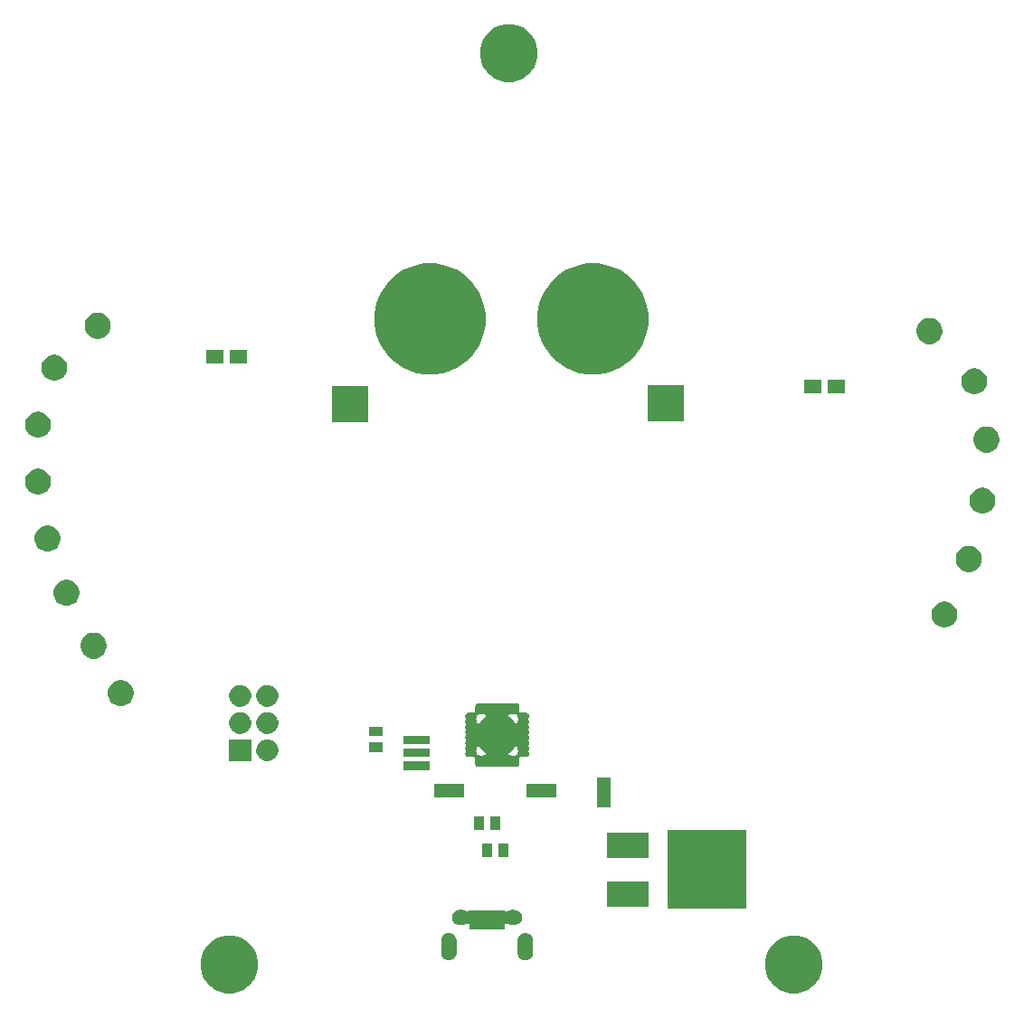
<source format=gbr>
G04 #@! TF.GenerationSoftware,KiCad,Pcbnew,(5.0.2)-1*
G04 #@! TF.CreationDate,2019-02-25T22:43:21-04:00*
G04 #@! TF.ProjectId,MegaBadge,4d656761-4261-4646-9765-2e6b69636164,rev?*
G04 #@! TF.SameCoordinates,Original*
G04 #@! TF.FileFunction,Soldermask,Bot*
G04 #@! TF.FilePolarity,Negative*
%FSLAX46Y46*%
G04 Gerber Fmt 4.6, Leading zero omitted, Abs format (unit mm)*
G04 Created by KiCad (PCBNEW (5.0.2)-1) date 2/25/2019 10:43:21 PM*
%MOMM*%
%LPD*%
G01*
G04 APERTURE LIST*
%ADD10C,0.100000*%
G04 APERTURE END LIST*
D10*
G36*
X237769560Y-121609759D02*
X238260928Y-121813290D01*
X238260930Y-121813291D01*
X238468723Y-121952134D01*
X238703153Y-122108775D01*
X239079225Y-122484847D01*
X239374710Y-122927072D01*
X239578241Y-123418440D01*
X239682000Y-123940072D01*
X239682000Y-124471928D01*
X239578241Y-124993560D01*
X239374710Y-125484928D01*
X239079225Y-125927153D01*
X238703153Y-126303225D01*
X238703150Y-126303227D01*
X238260930Y-126598709D01*
X238260929Y-126598710D01*
X238260928Y-126598710D01*
X237769560Y-126802241D01*
X237247928Y-126906000D01*
X236716072Y-126906000D01*
X236194440Y-126802241D01*
X235703072Y-126598710D01*
X235703071Y-126598710D01*
X235703070Y-126598709D01*
X235260850Y-126303227D01*
X235260847Y-126303225D01*
X234884775Y-125927153D01*
X234589290Y-125484928D01*
X234385759Y-124993560D01*
X234282000Y-124471928D01*
X234282000Y-123940072D01*
X234385759Y-123418440D01*
X234589290Y-122927072D01*
X234884775Y-122484847D01*
X235260847Y-122108775D01*
X235495277Y-121952134D01*
X235703070Y-121813291D01*
X235703072Y-121813290D01*
X236194440Y-121609759D01*
X236716072Y-121506000D01*
X237247928Y-121506000D01*
X237769560Y-121609759D01*
X237769560Y-121609759D01*
G37*
G36*
X184937560Y-121609759D02*
X185428928Y-121813290D01*
X185428930Y-121813291D01*
X185636723Y-121952134D01*
X185871153Y-122108775D01*
X186247225Y-122484847D01*
X186542710Y-122927072D01*
X186746241Y-123418440D01*
X186850000Y-123940072D01*
X186850000Y-124471928D01*
X186746241Y-124993560D01*
X186542710Y-125484928D01*
X186247225Y-125927153D01*
X185871153Y-126303225D01*
X185871150Y-126303227D01*
X185428930Y-126598709D01*
X185428929Y-126598710D01*
X185428928Y-126598710D01*
X184937560Y-126802241D01*
X184415928Y-126906000D01*
X183884072Y-126906000D01*
X183362440Y-126802241D01*
X182871072Y-126598710D01*
X182871071Y-126598710D01*
X182871070Y-126598709D01*
X182428850Y-126303227D01*
X182428847Y-126303225D01*
X182052775Y-125927153D01*
X181757290Y-125484928D01*
X181553759Y-124993560D01*
X181450000Y-124471928D01*
X181450000Y-123940072D01*
X181553759Y-123418440D01*
X181757290Y-122927072D01*
X182052775Y-122484847D01*
X182428847Y-122108775D01*
X182663277Y-121952134D01*
X182871070Y-121813291D01*
X182871072Y-121813290D01*
X183362440Y-121609759D01*
X183884072Y-121506000D01*
X184415928Y-121506000D01*
X184937560Y-121609759D01*
X184937560Y-121609759D01*
G37*
G36*
X204847124Y-121273231D02*
X204938233Y-121300868D01*
X204983788Y-121314687D01*
X205109737Y-121382009D01*
X205220132Y-121472608D01*
X205310731Y-121583002D01*
X205378053Y-121708951D01*
X205391872Y-121754506D01*
X205419509Y-121845615D01*
X205430000Y-121952133D01*
X205430000Y-123123347D01*
X205419509Y-123229865D01*
X205391872Y-123320974D01*
X205378053Y-123366529D01*
X205310731Y-123492478D01*
X205220132Y-123602872D01*
X205109738Y-123693471D01*
X204983789Y-123760793D01*
X204938234Y-123774612D01*
X204847125Y-123802249D01*
X204752375Y-123811581D01*
X204705001Y-123816247D01*
X204705000Y-123816247D01*
X204562876Y-123802249D01*
X204471767Y-123774612D01*
X204426212Y-123760793D01*
X204300263Y-123693471D01*
X204189869Y-123602872D01*
X204099270Y-123492478D01*
X204031948Y-123366529D01*
X204018129Y-123320974D01*
X203990492Y-123229865D01*
X203980001Y-123123347D01*
X203980000Y-121952134D01*
X203990491Y-121845616D01*
X204031947Y-121708953D01*
X204031947Y-121708952D01*
X204099269Y-121583003D01*
X204189868Y-121472608D01*
X204300262Y-121382009D01*
X204426211Y-121314687D01*
X204471766Y-121300868D01*
X204562875Y-121273231D01*
X204657625Y-121263899D01*
X204704999Y-121259233D01*
X204705000Y-121259233D01*
X204847124Y-121273231D01*
X204847124Y-121273231D01*
G37*
G36*
X211997124Y-121273231D02*
X212088233Y-121300868D01*
X212133788Y-121314687D01*
X212259737Y-121382009D01*
X212370132Y-121472608D01*
X212460731Y-121583002D01*
X212528053Y-121708951D01*
X212541872Y-121754506D01*
X212569509Y-121845615D01*
X212580000Y-121952133D01*
X212580000Y-123123347D01*
X212569509Y-123229865D01*
X212541872Y-123320974D01*
X212528053Y-123366529D01*
X212460731Y-123492478D01*
X212370132Y-123602872D01*
X212259738Y-123693471D01*
X212133789Y-123760793D01*
X212088234Y-123774612D01*
X211997125Y-123802249D01*
X211902375Y-123811581D01*
X211855001Y-123816247D01*
X211855000Y-123816247D01*
X211712876Y-123802249D01*
X211621767Y-123774612D01*
X211576212Y-123760793D01*
X211450263Y-123693471D01*
X211339869Y-123602872D01*
X211249270Y-123492478D01*
X211181948Y-123366529D01*
X211168129Y-123320974D01*
X211140492Y-123229865D01*
X211130001Y-123123347D01*
X211130000Y-121952134D01*
X211140491Y-121845616D01*
X211181947Y-121708953D01*
X211181947Y-121708952D01*
X211249269Y-121583003D01*
X211339868Y-121472608D01*
X211450262Y-121382009D01*
X211576211Y-121314687D01*
X211621766Y-121300868D01*
X211712875Y-121273231D01*
X211807625Y-121263899D01*
X211854999Y-121259233D01*
X211855000Y-121259233D01*
X211997124Y-121273231D01*
X211997124Y-121273231D01*
G37*
G36*
X206145004Y-119117868D02*
X206276955Y-119157895D01*
X206398561Y-119222895D01*
X206400708Y-119224657D01*
X206421073Y-119238265D01*
X206443712Y-119247643D01*
X206467746Y-119252424D01*
X206492250Y-119252424D01*
X206516283Y-119247644D01*
X206538923Y-119238267D01*
X206559297Y-119224654D01*
X206576625Y-119207327D01*
X206590239Y-119186953D01*
X206599617Y-119164314D01*
X206604328Y-119140630D01*
X209956241Y-119140630D01*
X209957402Y-119152412D01*
X209964515Y-119175861D01*
X209976066Y-119197472D01*
X209991612Y-119216414D01*
X210010554Y-119231960D01*
X210032165Y-119243511D01*
X210055614Y-119250624D01*
X210080000Y-119253026D01*
X210104386Y-119250624D01*
X210127835Y-119243511D01*
X210149446Y-119231960D01*
X210159283Y-119224664D01*
X210161439Y-119222895D01*
X210283045Y-119157895D01*
X210414996Y-119117868D01*
X210517830Y-119107740D01*
X210892170Y-119107740D01*
X210995004Y-119117868D01*
X211126955Y-119157895D01*
X211248561Y-119222895D01*
X211355150Y-119310370D01*
X211442625Y-119416959D01*
X211507625Y-119538565D01*
X211547652Y-119670516D01*
X211561167Y-119807740D01*
X211547652Y-119944964D01*
X211507625Y-120076915D01*
X211442625Y-120198521D01*
X211355150Y-120305110D01*
X211248561Y-120392585D01*
X211126955Y-120457585D01*
X210995004Y-120497612D01*
X210892170Y-120507740D01*
X210517830Y-120507740D01*
X210414996Y-120497612D01*
X210283045Y-120457585D01*
X210161439Y-120392585D01*
X210159292Y-120390823D01*
X210138927Y-120377215D01*
X210116288Y-120367837D01*
X210092254Y-120363056D01*
X210067750Y-120363056D01*
X210043717Y-120367836D01*
X210021077Y-120377213D01*
X210000703Y-120390826D01*
X209983375Y-120408153D01*
X209969761Y-120428527D01*
X209960383Y-120451166D01*
X209955602Y-120475200D01*
X209955000Y-120487454D01*
X209955000Y-120889370D01*
X206605000Y-120889370D01*
X206605000Y-120487454D01*
X206602598Y-120463068D01*
X206595485Y-120439619D01*
X206583934Y-120418008D01*
X206568388Y-120399066D01*
X206549446Y-120383520D01*
X206527835Y-120371969D01*
X206504386Y-120364856D01*
X206480000Y-120362454D01*
X206455614Y-120364856D01*
X206432165Y-120371969D01*
X206410554Y-120383520D01*
X206400717Y-120390816D01*
X206398561Y-120392585D01*
X206276955Y-120457585D01*
X206145004Y-120497612D01*
X206042170Y-120507740D01*
X205667830Y-120507740D01*
X205564996Y-120497612D01*
X205433045Y-120457585D01*
X205311439Y-120392585D01*
X205204850Y-120305110D01*
X205117375Y-120198521D01*
X205052375Y-120076915D01*
X205012348Y-119944964D01*
X204998833Y-119807740D01*
X205012348Y-119670516D01*
X205052375Y-119538565D01*
X205117375Y-119416959D01*
X205204850Y-119310370D01*
X205311439Y-119222895D01*
X205433045Y-119157895D01*
X205564996Y-119117868D01*
X205667830Y-119107740D01*
X206042170Y-119107740D01*
X206145004Y-119117868D01*
X206145004Y-119117868D01*
G37*
G36*
X232554000Y-119016000D02*
X225154000Y-119016000D01*
X225154000Y-111616000D01*
X232554000Y-111616000D01*
X232554000Y-119016000D01*
X232554000Y-119016000D01*
G37*
G36*
X223404000Y-118816000D02*
X219504000Y-118816000D01*
X219504000Y-116416000D01*
X223404000Y-116416000D01*
X223404000Y-118816000D01*
X223404000Y-118816000D01*
G37*
G36*
X223404000Y-114236000D02*
X219504000Y-114236000D01*
X219504000Y-111836000D01*
X223404000Y-111836000D01*
X223404000Y-114236000D01*
X223404000Y-114236000D01*
G37*
G36*
X210254000Y-114188000D02*
X209354000Y-114188000D01*
X209354000Y-112888000D01*
X210254000Y-112888000D01*
X210254000Y-114188000D01*
X210254000Y-114188000D01*
G37*
G36*
X208754000Y-114188000D02*
X207854000Y-114188000D01*
X207854000Y-112888000D01*
X208754000Y-112888000D01*
X208754000Y-114188000D01*
X208754000Y-114188000D01*
G37*
G36*
X209480000Y-111648000D02*
X208580000Y-111648000D01*
X208580000Y-110348000D01*
X209480000Y-110348000D01*
X209480000Y-111648000D01*
X209480000Y-111648000D01*
G37*
G36*
X207980000Y-111648000D02*
X207080000Y-111648000D01*
X207080000Y-110348000D01*
X207980000Y-110348000D01*
X207980000Y-111648000D01*
X207980000Y-111648000D01*
G37*
G36*
X219846500Y-109483500D02*
X218557500Y-109483500D01*
X218557500Y-106670500D01*
X219846500Y-106670500D01*
X219846500Y-109483500D01*
X219846500Y-109483500D01*
G37*
G36*
X206136000Y-108600000D02*
X203312000Y-108600000D01*
X203312000Y-107300000D01*
X206136000Y-107300000D01*
X206136000Y-108600000D01*
X206136000Y-108600000D01*
G37*
G36*
X214772000Y-108600000D02*
X211948000Y-108600000D01*
X211948000Y-107300000D01*
X214772000Y-107300000D01*
X214772000Y-108600000D01*
X214772000Y-108600000D01*
G37*
G36*
X202876000Y-105994000D02*
X200476000Y-105994000D01*
X200476000Y-105194000D01*
X202876000Y-105194000D01*
X202876000Y-105994000D01*
X202876000Y-105994000D01*
G37*
G36*
X211048254Y-99723763D02*
X211109414Y-99742316D01*
X211165777Y-99772442D01*
X211215185Y-99812991D01*
X211255734Y-99862399D01*
X211285860Y-99918762D01*
X211304413Y-99979922D01*
X211309108Y-100027595D01*
X211309108Y-100515181D01*
X211309195Y-100515181D01*
X211309196Y-100532672D01*
X211313978Y-100556706D01*
X211323356Y-100579344D01*
X211336971Y-100599718D01*
X211354299Y-100617044D01*
X211374675Y-100630657D01*
X211397314Y-100640033D01*
X211421348Y-100644812D01*
X211438825Y-100644812D01*
X211438825Y-100644898D01*
X211926411Y-100644898D01*
X211974084Y-100649593D01*
X212035244Y-100668146D01*
X212091607Y-100698272D01*
X212141015Y-100738821D01*
X212181564Y-100788229D01*
X212211690Y-100844592D01*
X212230243Y-100905752D01*
X212236507Y-100969358D01*
X212230243Y-101032964D01*
X212211690Y-101094124D01*
X212176824Y-101159354D01*
X212167446Y-101181993D01*
X212162666Y-101206026D01*
X212162666Y-101230531D01*
X212167447Y-101254564D01*
X212176824Y-101277202D01*
X212211690Y-101342432D01*
X212230243Y-101403592D01*
X212236507Y-101467198D01*
X212230243Y-101530804D01*
X212211690Y-101591964D01*
X212176145Y-101658464D01*
X212166767Y-101681103D01*
X212161987Y-101705136D01*
X212161987Y-101729640D01*
X212166768Y-101753674D01*
X212176145Y-101776312D01*
X212211690Y-101842812D01*
X212230243Y-101903972D01*
X212236507Y-101967578D01*
X212230243Y-102031184D01*
X212211690Y-102092344D01*
X212176145Y-102158844D01*
X212166767Y-102181483D01*
X212161987Y-102205516D01*
X212161987Y-102230020D01*
X212166768Y-102254054D01*
X212176145Y-102276692D01*
X212211690Y-102343192D01*
X212230243Y-102404352D01*
X212236507Y-102467958D01*
X212230243Y-102531564D01*
X212211690Y-102592724D01*
X212176824Y-102657954D01*
X212167446Y-102680593D01*
X212162666Y-102704626D01*
X212162666Y-102729131D01*
X212167447Y-102753164D01*
X212176824Y-102775802D01*
X212211690Y-102841032D01*
X212230243Y-102902192D01*
X212236507Y-102965798D01*
X212230243Y-103029404D01*
X212211690Y-103090564D01*
X212176145Y-103157064D01*
X212166767Y-103179703D01*
X212161987Y-103203736D01*
X212161987Y-103228240D01*
X212166768Y-103252274D01*
X212176145Y-103274912D01*
X212211690Y-103341412D01*
X212230243Y-103402572D01*
X212236507Y-103466178D01*
X212230243Y-103529784D01*
X212211690Y-103590944D01*
X212176145Y-103657444D01*
X212166767Y-103680083D01*
X212161987Y-103704116D01*
X212161987Y-103728620D01*
X212166768Y-103752654D01*
X212176145Y-103775292D01*
X212211690Y-103841792D01*
X212230243Y-103902952D01*
X212236507Y-103966558D01*
X212230243Y-104030164D01*
X212211690Y-104091324D01*
X212176824Y-104156554D01*
X212167446Y-104179193D01*
X212162666Y-104203226D01*
X212162666Y-104227731D01*
X212167447Y-104251764D01*
X212176824Y-104274402D01*
X212211690Y-104339632D01*
X212230243Y-104400792D01*
X212236507Y-104464398D01*
X212230243Y-104528004D01*
X212211690Y-104589164D01*
X212181564Y-104645527D01*
X212141015Y-104694935D01*
X212091607Y-104735484D01*
X212035244Y-104765610D01*
X211974084Y-104784163D01*
X211926411Y-104788858D01*
X211438825Y-104788858D01*
X211438825Y-104788945D01*
X211421334Y-104788946D01*
X211397300Y-104793728D01*
X211374662Y-104803106D01*
X211354288Y-104816721D01*
X211336962Y-104834049D01*
X211323349Y-104854425D01*
X211313973Y-104877064D01*
X211309194Y-104901098D01*
X211309194Y-104918575D01*
X211309108Y-104918575D01*
X211309108Y-105406161D01*
X211304413Y-105453834D01*
X211285860Y-105514994D01*
X211255734Y-105571357D01*
X211215185Y-105620765D01*
X211165777Y-105661314D01*
X211109414Y-105691440D01*
X211048254Y-105709993D01*
X210984648Y-105716257D01*
X210921043Y-105709993D01*
X210859883Y-105691440D01*
X210794653Y-105656574D01*
X210772014Y-105647196D01*
X210747981Y-105642416D01*
X210723476Y-105642416D01*
X210699443Y-105647197D01*
X210676805Y-105656573D01*
X210655332Y-105668050D01*
X210611574Y-105691440D01*
X210602968Y-105694050D01*
X210550414Y-105709993D01*
X210486808Y-105716257D01*
X210423203Y-105709993D01*
X210362043Y-105691440D01*
X210295543Y-105655895D01*
X210272904Y-105646517D01*
X210248871Y-105641737D01*
X210224367Y-105641737D01*
X210200333Y-105646518D01*
X210177695Y-105655894D01*
X210160260Y-105665213D01*
X210111194Y-105691440D01*
X210102588Y-105694050D01*
X210050034Y-105709993D01*
X209986428Y-105716257D01*
X209922823Y-105709993D01*
X209861663Y-105691440D01*
X209795163Y-105655895D01*
X209772524Y-105646517D01*
X209748491Y-105641737D01*
X209723987Y-105641737D01*
X209699953Y-105646518D01*
X209677315Y-105655894D01*
X209659880Y-105665213D01*
X209610814Y-105691440D01*
X209602208Y-105694050D01*
X209549654Y-105709993D01*
X209486048Y-105716257D01*
X209422443Y-105709993D01*
X209361283Y-105691440D01*
X209296053Y-105656574D01*
X209273414Y-105647196D01*
X209249381Y-105642416D01*
X209224876Y-105642416D01*
X209200843Y-105647197D01*
X209178205Y-105656573D01*
X209156732Y-105668050D01*
X209112974Y-105691440D01*
X209104368Y-105694050D01*
X209051814Y-105709993D01*
X208988208Y-105716257D01*
X208924603Y-105709993D01*
X208863443Y-105691440D01*
X208796943Y-105655895D01*
X208774304Y-105646517D01*
X208750271Y-105641737D01*
X208725767Y-105641737D01*
X208701733Y-105646518D01*
X208679095Y-105655894D01*
X208661660Y-105665213D01*
X208612594Y-105691440D01*
X208603988Y-105694050D01*
X208551434Y-105709993D01*
X208487828Y-105716257D01*
X208424223Y-105709993D01*
X208363063Y-105691440D01*
X208296563Y-105655895D01*
X208273924Y-105646517D01*
X208249891Y-105641737D01*
X208225387Y-105641737D01*
X208201353Y-105646518D01*
X208178715Y-105655894D01*
X208161280Y-105665213D01*
X208112214Y-105691440D01*
X208103608Y-105694050D01*
X208051054Y-105709993D01*
X207987448Y-105716257D01*
X207923843Y-105709993D01*
X207862683Y-105691440D01*
X207797453Y-105656574D01*
X207774814Y-105647196D01*
X207750781Y-105642416D01*
X207726276Y-105642416D01*
X207702243Y-105647197D01*
X207679605Y-105656573D01*
X207658132Y-105668050D01*
X207614374Y-105691440D01*
X207605768Y-105694050D01*
X207553214Y-105709993D01*
X207489608Y-105716257D01*
X207426003Y-105709993D01*
X207364843Y-105691440D01*
X207308480Y-105661314D01*
X207259072Y-105620765D01*
X207218523Y-105571357D01*
X207188397Y-105514994D01*
X207169844Y-105453834D01*
X207165148Y-105406158D01*
X207165148Y-104918576D01*
X207165061Y-104918576D01*
X207165060Y-104901081D01*
X207160278Y-104877048D01*
X207150899Y-104854410D01*
X207137283Y-104834036D01*
X207119955Y-104816711D01*
X207099579Y-104803098D01*
X207076939Y-104793723D01*
X207052906Y-104788944D01*
X207035431Y-104788944D01*
X207035431Y-104788858D01*
X206547845Y-104788858D01*
X206500172Y-104784163D01*
X206439012Y-104765610D01*
X206382649Y-104735484D01*
X206333241Y-104694935D01*
X206292692Y-104645527D01*
X206262566Y-104589164D01*
X206244013Y-104528004D01*
X206237749Y-104464398D01*
X206244013Y-104400792D01*
X206262566Y-104339632D01*
X206297432Y-104274402D01*
X206306810Y-104251763D01*
X206311590Y-104227730D01*
X206311590Y-104203226D01*
X207265546Y-104203226D01*
X207265546Y-104227731D01*
X207270327Y-104251764D01*
X207279704Y-104274402D01*
X207314570Y-104339632D01*
X207333123Y-104400792D01*
X207339387Y-104464399D01*
X207337905Y-104479452D01*
X207337905Y-104503957D01*
X207342686Y-104527990D01*
X207352063Y-104550629D01*
X207365678Y-104571003D01*
X207383005Y-104588330D01*
X207403380Y-104601944D01*
X207426019Y-104611321D01*
X207450052Y-104616101D01*
X207474554Y-104616101D01*
X207489607Y-104614619D01*
X207489608Y-104614619D01*
X207494841Y-104615134D01*
X207553213Y-104620883D01*
X207605767Y-104636826D01*
X207614373Y-104639436D01*
X207658131Y-104662826D01*
X207679604Y-104674303D01*
X207702243Y-104683680D01*
X207726277Y-104688460D01*
X207750781Y-104688460D01*
X207774815Y-104683679D01*
X207797452Y-104674302D01*
X207862682Y-104639436D01*
X207923842Y-104620883D01*
X207987447Y-104614619D01*
X207987448Y-104614619D01*
X208011646Y-104617002D01*
X208046424Y-104620428D01*
X208070928Y-104620428D01*
X208094962Y-104615648D01*
X208117601Y-104606271D01*
X208137975Y-104592657D01*
X208155303Y-104575330D01*
X208168917Y-104554955D01*
X208178294Y-104532317D01*
X208183075Y-104508283D01*
X208183075Y-104508276D01*
X210291180Y-104508276D01*
X210295960Y-104532309D01*
X210305336Y-104554949D01*
X210318949Y-104575324D01*
X210336275Y-104592652D01*
X210356649Y-104606267D01*
X210379288Y-104615645D01*
X210403321Y-104620427D01*
X210427830Y-104620427D01*
X210486807Y-104614619D01*
X210486808Y-104614619D01*
X210492041Y-104615134D01*
X210550413Y-104620883D01*
X210602967Y-104636826D01*
X210611573Y-104639436D01*
X210655331Y-104662826D01*
X210676804Y-104674303D01*
X210699443Y-104683680D01*
X210723477Y-104688460D01*
X210747981Y-104688460D01*
X210772015Y-104683679D01*
X210794652Y-104674302D01*
X210859882Y-104639436D01*
X210921042Y-104620883D01*
X210979415Y-104615134D01*
X210984648Y-104614619D01*
X210984649Y-104614619D01*
X210999702Y-104616101D01*
X211024207Y-104616101D01*
X211048240Y-104611320D01*
X211070879Y-104601943D01*
X211091253Y-104588328D01*
X211108580Y-104571001D01*
X211122194Y-104550626D01*
X211131571Y-104527987D01*
X211136351Y-104503954D01*
X211136351Y-104479452D01*
X211134869Y-104464399D01*
X211141133Y-104400792D01*
X211159686Y-104339632D01*
X211194552Y-104274402D01*
X211203930Y-104251763D01*
X211208710Y-104227730D01*
X211208710Y-104203225D01*
X211203929Y-104179192D01*
X211194552Y-104156554D01*
X211159686Y-104091324D01*
X211141133Y-104030164D01*
X211134869Y-103966557D01*
X211140677Y-103907580D01*
X211140677Y-103883076D01*
X211135896Y-103859043D01*
X211126519Y-103836404D01*
X211112905Y-103816029D01*
X211095578Y-103798702D01*
X211075203Y-103785088D01*
X211052564Y-103775711D01*
X211028530Y-103770931D01*
X211004026Y-103770931D01*
X210979993Y-103775712D01*
X210957354Y-103785089D01*
X210936979Y-103798703D01*
X210919652Y-103816030D01*
X210910096Y-103830333D01*
X210907771Y-103833166D01*
X210657893Y-104137643D01*
X210353416Y-104387521D01*
X210353413Y-104387523D01*
X210350583Y-104389845D01*
X210336284Y-104399399D01*
X210318956Y-104416725D01*
X210305341Y-104437099D01*
X210295963Y-104459738D01*
X210291181Y-104483771D01*
X210291180Y-104508276D01*
X208183075Y-104508276D01*
X208183075Y-104483779D01*
X208178295Y-104459745D01*
X208168918Y-104437106D01*
X208155304Y-104416732D01*
X208137977Y-104399404D01*
X208123674Y-104389847D01*
X208058062Y-104336000D01*
X207816363Y-104137643D01*
X207566485Y-103833166D01*
X207566483Y-103833163D01*
X207564161Y-103830333D01*
X207554607Y-103816034D01*
X207537281Y-103798706D01*
X207516907Y-103785091D01*
X207494268Y-103775713D01*
X207470235Y-103770931D01*
X207445730Y-103770930D01*
X207421697Y-103775710D01*
X207399057Y-103785086D01*
X207378682Y-103798699D01*
X207361354Y-103816025D01*
X207347739Y-103836399D01*
X207338361Y-103859038D01*
X207333579Y-103883071D01*
X207333579Y-103907580D01*
X207339387Y-103966557D01*
X207333123Y-104030164D01*
X207314570Y-104091324D01*
X207279704Y-104156554D01*
X207270326Y-104179193D01*
X207265546Y-104203226D01*
X206311590Y-104203226D01*
X206311590Y-104203225D01*
X206306809Y-104179192D01*
X206297432Y-104156554D01*
X206262566Y-104091324D01*
X206244013Y-104030164D01*
X206237749Y-103966558D01*
X206244013Y-103902952D01*
X206262566Y-103841792D01*
X206298111Y-103775292D01*
X206307489Y-103752653D01*
X206312269Y-103728620D01*
X206312269Y-103704116D01*
X206307488Y-103680082D01*
X206298111Y-103657444D01*
X206262566Y-103590944D01*
X206244013Y-103529784D01*
X206237749Y-103466178D01*
X206244013Y-103402572D01*
X206262566Y-103341412D01*
X206298111Y-103274912D01*
X206307489Y-103252273D01*
X206312269Y-103228240D01*
X206312269Y-103203736D01*
X206307488Y-103179702D01*
X206298111Y-103157064D01*
X206262566Y-103090564D01*
X206244013Y-103029404D01*
X206237749Y-102965798D01*
X206244013Y-102902192D01*
X206262566Y-102841032D01*
X206297432Y-102775802D01*
X206306810Y-102753163D01*
X206311590Y-102729130D01*
X206311590Y-102704625D01*
X206306809Y-102680592D01*
X206297432Y-102657954D01*
X206262566Y-102592724D01*
X206244013Y-102531564D01*
X206237749Y-102467958D01*
X206244013Y-102404352D01*
X206262566Y-102343192D01*
X206298111Y-102276692D01*
X206307489Y-102254053D01*
X206312269Y-102230020D01*
X206312269Y-102205516D01*
X206307488Y-102181482D01*
X206298111Y-102158844D01*
X206262566Y-102092344D01*
X206244013Y-102031184D01*
X206237749Y-101967578D01*
X206244013Y-101903972D01*
X206262566Y-101842812D01*
X206298111Y-101776312D01*
X206307489Y-101753673D01*
X206312269Y-101729640D01*
X206312269Y-101705136D01*
X206307488Y-101681102D01*
X206298111Y-101658464D01*
X206262566Y-101591964D01*
X206244013Y-101530804D01*
X206237749Y-101467198D01*
X206244013Y-101403592D01*
X206262566Y-101342432D01*
X206297432Y-101277202D01*
X206306810Y-101254563D01*
X206311590Y-101230530D01*
X206311590Y-101206026D01*
X207265546Y-101206026D01*
X207265546Y-101230531D01*
X207270327Y-101254564D01*
X207279704Y-101277202D01*
X207314570Y-101342432D01*
X207333123Y-101403592D01*
X207339387Y-101467198D01*
X207333579Y-101526176D01*
X207333579Y-101550680D01*
X207338360Y-101574713D01*
X207347737Y-101597352D01*
X207361351Y-101617727D01*
X207378678Y-101635054D01*
X207399053Y-101648668D01*
X207421692Y-101658045D01*
X207445726Y-101662825D01*
X207470230Y-101662825D01*
X207494263Y-101658044D01*
X207516902Y-101648667D01*
X207537277Y-101635053D01*
X207554604Y-101617726D01*
X207564160Y-101603423D01*
X207627555Y-101526176D01*
X207816363Y-101296113D01*
X208120840Y-101046235D01*
X208120842Y-101046234D01*
X208123676Y-101043908D01*
X208137982Y-101034348D01*
X208155308Y-101017020D01*
X208168921Y-100996644D01*
X208178297Y-100974005D01*
X208183076Y-100949971D01*
X208183075Y-100925476D01*
X210291181Y-100925476D01*
X210291181Y-100949980D01*
X210295962Y-100974013D01*
X210305339Y-100996652D01*
X210318953Y-101017027D01*
X210336280Y-101034354D01*
X210350583Y-101043910D01*
X210353416Y-101046235D01*
X210657893Y-101296113D01*
X210907771Y-101600590D01*
X210907773Y-101600593D01*
X210910095Y-101603423D01*
X210919649Y-101617722D01*
X210936975Y-101635050D01*
X210957349Y-101648665D01*
X210979988Y-101658043D01*
X211004021Y-101662825D01*
X211028526Y-101662826D01*
X211052559Y-101658046D01*
X211075199Y-101648670D01*
X211095574Y-101635057D01*
X211112902Y-101617731D01*
X211126517Y-101597357D01*
X211135895Y-101574718D01*
X211140677Y-101550685D01*
X211140677Y-101526176D01*
X211134869Y-101467198D01*
X211141133Y-101403592D01*
X211159686Y-101342432D01*
X211194552Y-101277202D01*
X211203930Y-101254563D01*
X211208710Y-101230530D01*
X211208710Y-101206025D01*
X211203929Y-101181992D01*
X211194552Y-101159354D01*
X211159686Y-101094124D01*
X211141133Y-101032964D01*
X211134869Y-100969357D01*
X211136351Y-100954304D01*
X211136351Y-100929799D01*
X211131570Y-100905766D01*
X211122193Y-100883127D01*
X211108578Y-100862753D01*
X211091251Y-100845426D01*
X211070876Y-100831812D01*
X211048237Y-100822435D01*
X211024204Y-100817655D01*
X210999702Y-100817655D01*
X210984649Y-100819137D01*
X210984648Y-100819137D01*
X210979415Y-100818622D01*
X210921042Y-100812873D01*
X210868488Y-100796930D01*
X210859882Y-100794320D01*
X210816124Y-100770930D01*
X210794651Y-100759453D01*
X210772012Y-100750076D01*
X210747978Y-100745296D01*
X210723474Y-100745296D01*
X210699440Y-100750077D01*
X210676803Y-100759454D01*
X210611573Y-100794320D01*
X210550413Y-100812873D01*
X210492041Y-100818622D01*
X210486808Y-100819137D01*
X210486807Y-100819137D01*
X210427830Y-100813329D01*
X210403326Y-100813329D01*
X210379293Y-100818110D01*
X210356654Y-100827487D01*
X210336279Y-100841101D01*
X210318952Y-100858428D01*
X210305338Y-100878803D01*
X210295961Y-100901442D01*
X210291181Y-100925476D01*
X208183075Y-100925476D01*
X208183074Y-100925467D01*
X208178292Y-100901434D01*
X208168914Y-100878795D01*
X208155299Y-100858421D01*
X208137971Y-100841095D01*
X208117595Y-100827482D01*
X208094956Y-100818106D01*
X208070922Y-100813327D01*
X208046424Y-100813328D01*
X208011646Y-100816754D01*
X207987448Y-100819137D01*
X207987447Y-100819137D01*
X207923842Y-100812873D01*
X207871288Y-100796930D01*
X207862682Y-100794320D01*
X207818924Y-100770930D01*
X207797451Y-100759453D01*
X207774812Y-100750076D01*
X207750778Y-100745296D01*
X207726274Y-100745296D01*
X207702240Y-100750077D01*
X207679603Y-100759454D01*
X207614373Y-100794320D01*
X207553213Y-100812873D01*
X207494841Y-100818622D01*
X207489608Y-100819137D01*
X207489607Y-100819137D01*
X207474554Y-100817655D01*
X207450049Y-100817655D01*
X207426016Y-100822436D01*
X207403377Y-100831813D01*
X207383003Y-100845428D01*
X207365676Y-100862755D01*
X207352062Y-100883130D01*
X207342685Y-100905769D01*
X207337905Y-100929802D01*
X207337905Y-100954304D01*
X207339387Y-100969357D01*
X207333123Y-101032964D01*
X207314570Y-101094124D01*
X207279704Y-101159354D01*
X207270326Y-101181993D01*
X207265546Y-101206026D01*
X206311590Y-101206026D01*
X206311590Y-101206025D01*
X206306809Y-101181992D01*
X206297432Y-101159354D01*
X206262566Y-101094124D01*
X206244013Y-101032964D01*
X206237749Y-100969358D01*
X206244013Y-100905752D01*
X206262566Y-100844592D01*
X206292692Y-100788229D01*
X206333241Y-100738821D01*
X206382649Y-100698272D01*
X206439012Y-100668146D01*
X206500172Y-100649593D01*
X206547845Y-100644898D01*
X207035431Y-100644898D01*
X207035431Y-100644811D01*
X207052922Y-100644810D01*
X207076956Y-100640028D01*
X207099594Y-100630650D01*
X207119968Y-100617035D01*
X207137294Y-100599707D01*
X207150907Y-100579331D01*
X207160283Y-100556692D01*
X207165062Y-100532658D01*
X207165062Y-100515180D01*
X207165148Y-100515180D01*
X207165148Y-100027598D01*
X207169844Y-99979922D01*
X207188397Y-99918762D01*
X207218523Y-99862399D01*
X207259072Y-99812991D01*
X207308480Y-99772442D01*
X207364843Y-99742316D01*
X207426003Y-99723763D01*
X207489608Y-99717499D01*
X207553214Y-99723763D01*
X207614374Y-99742316D01*
X207679604Y-99777182D01*
X207702243Y-99786560D01*
X207726276Y-99791340D01*
X207750781Y-99791340D01*
X207774814Y-99786559D01*
X207797452Y-99777183D01*
X207818925Y-99765706D01*
X207862683Y-99742316D01*
X207871289Y-99739706D01*
X207923843Y-99723763D01*
X207987448Y-99717499D01*
X208051054Y-99723763D01*
X208112214Y-99742316D01*
X208178714Y-99777861D01*
X208201353Y-99787239D01*
X208225386Y-99792019D01*
X208249890Y-99792019D01*
X208273924Y-99787238D01*
X208296562Y-99777862D01*
X208313997Y-99768543D01*
X208363063Y-99742316D01*
X208371669Y-99739706D01*
X208424223Y-99723763D01*
X208487828Y-99717499D01*
X208551434Y-99723763D01*
X208612594Y-99742316D01*
X208679094Y-99777861D01*
X208701733Y-99787239D01*
X208725766Y-99792019D01*
X208750270Y-99792019D01*
X208774304Y-99787238D01*
X208796942Y-99777862D01*
X208814377Y-99768543D01*
X208863443Y-99742316D01*
X208872049Y-99739706D01*
X208924603Y-99723763D01*
X208988208Y-99717499D01*
X209051814Y-99723763D01*
X209112974Y-99742316D01*
X209178204Y-99777182D01*
X209200843Y-99786560D01*
X209224876Y-99791340D01*
X209249381Y-99791340D01*
X209273414Y-99786559D01*
X209296052Y-99777183D01*
X209317525Y-99765706D01*
X209361283Y-99742316D01*
X209369889Y-99739706D01*
X209422443Y-99723763D01*
X209486048Y-99717499D01*
X209549654Y-99723763D01*
X209610814Y-99742316D01*
X209677314Y-99777861D01*
X209699953Y-99787239D01*
X209723986Y-99792019D01*
X209748490Y-99792019D01*
X209772524Y-99787238D01*
X209795162Y-99777862D01*
X209812597Y-99768543D01*
X209861663Y-99742316D01*
X209870269Y-99739706D01*
X209922823Y-99723763D01*
X209986428Y-99717499D01*
X210050034Y-99723763D01*
X210111194Y-99742316D01*
X210177694Y-99777861D01*
X210200333Y-99787239D01*
X210224366Y-99792019D01*
X210248870Y-99792019D01*
X210272904Y-99787238D01*
X210295542Y-99777862D01*
X210312977Y-99768543D01*
X210362043Y-99742316D01*
X210370649Y-99739706D01*
X210423203Y-99723763D01*
X210486808Y-99717499D01*
X210550414Y-99723763D01*
X210611574Y-99742316D01*
X210676804Y-99777182D01*
X210699443Y-99786560D01*
X210723476Y-99791340D01*
X210747981Y-99791340D01*
X210772014Y-99786559D01*
X210794652Y-99777183D01*
X210816125Y-99765706D01*
X210859883Y-99742316D01*
X210868489Y-99739706D01*
X210921043Y-99723763D01*
X210984648Y-99717499D01*
X211048254Y-99723763D01*
X211048254Y-99723763D01*
G37*
G36*
X186191500Y-105165500D02*
X184140500Y-105165500D01*
X184140500Y-103114500D01*
X186191500Y-103114500D01*
X186191500Y-105165500D01*
X186191500Y-105165500D01*
G37*
G36*
X187873044Y-103127636D02*
X188005127Y-103153909D01*
X188107551Y-103196335D01*
X188191757Y-103231214D01*
X188359721Y-103343444D01*
X188502556Y-103486279D01*
X188614786Y-103654243D01*
X188619385Y-103665346D01*
X188692091Y-103840873D01*
X188704439Y-103902952D01*
X188731500Y-104038996D01*
X188731500Y-104241004D01*
X188718364Y-104307044D01*
X188692091Y-104439127D01*
X188653493Y-104532309D01*
X188614786Y-104625757D01*
X188502556Y-104793721D01*
X188359721Y-104936556D01*
X188191757Y-105048786D01*
X188129546Y-105074554D01*
X188005127Y-105126091D01*
X187873044Y-105152364D01*
X187807004Y-105165500D01*
X187604996Y-105165500D01*
X187538956Y-105152364D01*
X187406873Y-105126091D01*
X187282454Y-105074554D01*
X187220243Y-105048786D01*
X187052279Y-104936556D01*
X186909444Y-104793721D01*
X186797214Y-104625757D01*
X186758507Y-104532309D01*
X186719909Y-104439127D01*
X186693636Y-104307044D01*
X186680500Y-104241004D01*
X186680500Y-104038996D01*
X186707561Y-103902952D01*
X186719909Y-103840873D01*
X186792615Y-103665346D01*
X186797214Y-103654243D01*
X186909444Y-103486279D01*
X187052279Y-103343444D01*
X187220243Y-103231214D01*
X187304449Y-103196335D01*
X187406873Y-103153909D01*
X187538956Y-103127636D01*
X187604996Y-103114500D01*
X187807004Y-103114500D01*
X187873044Y-103127636D01*
X187873044Y-103127636D01*
G37*
G36*
X202876000Y-104794000D02*
X200476000Y-104794000D01*
X200476000Y-103994000D01*
X202876000Y-103994000D01*
X202876000Y-104794000D01*
X202876000Y-104794000D01*
G37*
G36*
X198516000Y-104336000D02*
X197216000Y-104336000D01*
X197216000Y-103436000D01*
X198516000Y-103436000D01*
X198516000Y-104336000D01*
X198516000Y-104336000D01*
G37*
G36*
X202876000Y-103594000D02*
X200476000Y-103594000D01*
X200476000Y-102794000D01*
X202876000Y-102794000D01*
X202876000Y-103594000D01*
X202876000Y-103594000D01*
G37*
G36*
X198516000Y-102836000D02*
X197216000Y-102836000D01*
X197216000Y-101936000D01*
X198516000Y-101936000D01*
X198516000Y-102836000D01*
X198516000Y-102836000D01*
G37*
G36*
X185291356Y-100579344D02*
X185465127Y-100613909D01*
X185551277Y-100649594D01*
X185651757Y-100691214D01*
X185819721Y-100803444D01*
X185962556Y-100946279D01*
X186074786Y-101114243D01*
X186100554Y-101176454D01*
X186152091Y-101300873D01*
X186191500Y-101498997D01*
X186191500Y-101701003D01*
X186152091Y-101899127D01*
X186131861Y-101947966D01*
X186074786Y-102085757D01*
X185962556Y-102253721D01*
X185819721Y-102396556D01*
X185651757Y-102508786D01*
X185596768Y-102531563D01*
X185465127Y-102586091D01*
X185333044Y-102612364D01*
X185267004Y-102625500D01*
X185064996Y-102625500D01*
X184998956Y-102612364D01*
X184866873Y-102586091D01*
X184735232Y-102531563D01*
X184680243Y-102508786D01*
X184512279Y-102396556D01*
X184369444Y-102253721D01*
X184257214Y-102085757D01*
X184200139Y-101947966D01*
X184179909Y-101899127D01*
X184140500Y-101701003D01*
X184140500Y-101498997D01*
X184179909Y-101300873D01*
X184231446Y-101176454D01*
X184257214Y-101114243D01*
X184369444Y-100946279D01*
X184512279Y-100803444D01*
X184680243Y-100691214D01*
X184780723Y-100649594D01*
X184866873Y-100613909D01*
X185040644Y-100579344D01*
X185064996Y-100574500D01*
X185267004Y-100574500D01*
X185291356Y-100579344D01*
X185291356Y-100579344D01*
G37*
G36*
X187831356Y-100579344D02*
X188005127Y-100613909D01*
X188091277Y-100649594D01*
X188191757Y-100691214D01*
X188359721Y-100803444D01*
X188502556Y-100946279D01*
X188614786Y-101114243D01*
X188640554Y-101176454D01*
X188692091Y-101300873D01*
X188731500Y-101498997D01*
X188731500Y-101701003D01*
X188692091Y-101899127D01*
X188671861Y-101947966D01*
X188614786Y-102085757D01*
X188502556Y-102253721D01*
X188359721Y-102396556D01*
X188191757Y-102508786D01*
X188136768Y-102531563D01*
X188005127Y-102586091D01*
X187873044Y-102612364D01*
X187807004Y-102625500D01*
X187604996Y-102625500D01*
X187538956Y-102612364D01*
X187406873Y-102586091D01*
X187275232Y-102531563D01*
X187220243Y-102508786D01*
X187052279Y-102396556D01*
X186909444Y-102253721D01*
X186797214Y-102085757D01*
X186740139Y-101947966D01*
X186719909Y-101899127D01*
X186680500Y-101701003D01*
X186680500Y-101498997D01*
X186719909Y-101300873D01*
X186771446Y-101176454D01*
X186797214Y-101114243D01*
X186909444Y-100946279D01*
X187052279Y-100803444D01*
X187220243Y-100691214D01*
X187320723Y-100649594D01*
X187406873Y-100613909D01*
X187580644Y-100579344D01*
X187604996Y-100574500D01*
X187807004Y-100574500D01*
X187831356Y-100579344D01*
X187831356Y-100579344D01*
G37*
G36*
X187873044Y-98047636D02*
X188005127Y-98073909D01*
X188129546Y-98125446D01*
X188191757Y-98151214D01*
X188359721Y-98263444D01*
X188502556Y-98406279D01*
X188614786Y-98574243D01*
X188614786Y-98574244D01*
X188692091Y-98760873D01*
X188731500Y-98958997D01*
X188731500Y-99161003D01*
X188692091Y-99359127D01*
X188640554Y-99483546D01*
X188614786Y-99545757D01*
X188502556Y-99713721D01*
X188359721Y-99856556D01*
X188191757Y-99968786D01*
X188129546Y-99994554D01*
X188005127Y-100046091D01*
X187873044Y-100072364D01*
X187807004Y-100085500D01*
X187604996Y-100085500D01*
X187538956Y-100072364D01*
X187406873Y-100046091D01*
X187282454Y-99994554D01*
X187220243Y-99968786D01*
X187052279Y-99856556D01*
X186909444Y-99713721D01*
X186797214Y-99545757D01*
X186771446Y-99483546D01*
X186719909Y-99359127D01*
X186680500Y-99161003D01*
X186680500Y-98958997D01*
X186719909Y-98760873D01*
X186797214Y-98574244D01*
X186797214Y-98574243D01*
X186909444Y-98406279D01*
X187052279Y-98263444D01*
X187220243Y-98151214D01*
X187282454Y-98125446D01*
X187406873Y-98073909D01*
X187538956Y-98047636D01*
X187604996Y-98034500D01*
X187807004Y-98034500D01*
X187873044Y-98047636D01*
X187873044Y-98047636D01*
G37*
G36*
X185333044Y-98047636D02*
X185465127Y-98073909D01*
X185589546Y-98125446D01*
X185651757Y-98151214D01*
X185819721Y-98263444D01*
X185962556Y-98406279D01*
X186074786Y-98574243D01*
X186074786Y-98574244D01*
X186152091Y-98760873D01*
X186191500Y-98958997D01*
X186191500Y-99161003D01*
X186152091Y-99359127D01*
X186100554Y-99483546D01*
X186074786Y-99545757D01*
X185962556Y-99713721D01*
X185819721Y-99856556D01*
X185651757Y-99968786D01*
X185589546Y-99994554D01*
X185465127Y-100046091D01*
X185333044Y-100072364D01*
X185267004Y-100085500D01*
X185064996Y-100085500D01*
X184998956Y-100072364D01*
X184866873Y-100046091D01*
X184742454Y-99994554D01*
X184680243Y-99968786D01*
X184512279Y-99856556D01*
X184369444Y-99713721D01*
X184257214Y-99545757D01*
X184231446Y-99483546D01*
X184179909Y-99359127D01*
X184140500Y-99161003D01*
X184140500Y-98958997D01*
X184179909Y-98760873D01*
X184257214Y-98574244D01*
X184257214Y-98574243D01*
X184369444Y-98406279D01*
X184512279Y-98263444D01*
X184680243Y-98151214D01*
X184742454Y-98125446D01*
X184866873Y-98073909D01*
X184998956Y-98047636D01*
X185064996Y-98034500D01*
X185267004Y-98034500D01*
X185333044Y-98047636D01*
X185333044Y-98047636D01*
G37*
G36*
X174344692Y-97636729D02*
X174565993Y-97728395D01*
X174765158Y-97861473D01*
X174934527Y-98030842D01*
X175067605Y-98230007D01*
X175159271Y-98451308D01*
X175206000Y-98686233D01*
X175206000Y-98925767D01*
X175159271Y-99160692D01*
X175067605Y-99381993D01*
X174934527Y-99581158D01*
X174765158Y-99750527D01*
X174565993Y-99883605D01*
X174344692Y-99975271D01*
X174109767Y-100022000D01*
X173870233Y-100022000D01*
X173635308Y-99975271D01*
X173414007Y-99883605D01*
X173214842Y-99750527D01*
X173045473Y-99581158D01*
X172912395Y-99381993D01*
X172820729Y-99160692D01*
X172774000Y-98925767D01*
X172774000Y-98686233D01*
X172820729Y-98451308D01*
X172912395Y-98230007D01*
X173045473Y-98030842D01*
X173214842Y-97861473D01*
X173414007Y-97728395D01*
X173635308Y-97636729D01*
X173870233Y-97590000D01*
X174109767Y-97590000D01*
X174344692Y-97636729D01*
X174344692Y-97636729D01*
G37*
G36*
X171804692Y-93191729D02*
X172025993Y-93283395D01*
X172225158Y-93416473D01*
X172394527Y-93585842D01*
X172527605Y-93785007D01*
X172619271Y-94006308D01*
X172666000Y-94241233D01*
X172666000Y-94480767D01*
X172619271Y-94715692D01*
X172527605Y-94936993D01*
X172394527Y-95136158D01*
X172225158Y-95305527D01*
X172025993Y-95438605D01*
X171804692Y-95530271D01*
X171569767Y-95577000D01*
X171330233Y-95577000D01*
X171095308Y-95530271D01*
X170874007Y-95438605D01*
X170674842Y-95305527D01*
X170505473Y-95136158D01*
X170372395Y-94936993D01*
X170280729Y-94715692D01*
X170234000Y-94480767D01*
X170234000Y-94241233D01*
X170280729Y-94006308D01*
X170372395Y-93785007D01*
X170505473Y-93585842D01*
X170674842Y-93416473D01*
X170874007Y-93283395D01*
X171095308Y-93191729D01*
X171330233Y-93145000D01*
X171569767Y-93145000D01*
X171804692Y-93191729D01*
X171804692Y-93191729D01*
G37*
G36*
X251433692Y-90270729D02*
X251654993Y-90362395D01*
X251854158Y-90495473D01*
X252023527Y-90664842D01*
X252156605Y-90864007D01*
X252248271Y-91085308D01*
X252295000Y-91320233D01*
X252295000Y-91559767D01*
X252248271Y-91794692D01*
X252156605Y-92015993D01*
X252023527Y-92215158D01*
X251854158Y-92384527D01*
X251654993Y-92517605D01*
X251433692Y-92609271D01*
X251198767Y-92656000D01*
X250959233Y-92656000D01*
X250724308Y-92609271D01*
X250503007Y-92517605D01*
X250303842Y-92384527D01*
X250134473Y-92215158D01*
X250001395Y-92015993D01*
X249909729Y-91794692D01*
X249863000Y-91559767D01*
X249863000Y-91320233D01*
X249909729Y-91085308D01*
X250001395Y-90864007D01*
X250134473Y-90664842D01*
X250303842Y-90495473D01*
X250503007Y-90362395D01*
X250724308Y-90270729D01*
X250959233Y-90224000D01*
X251198767Y-90224000D01*
X251433692Y-90270729D01*
X251433692Y-90270729D01*
G37*
G36*
X169264692Y-88238729D02*
X169485993Y-88330395D01*
X169685158Y-88463473D01*
X169854527Y-88632842D01*
X169987605Y-88832007D01*
X170079271Y-89053308D01*
X170126000Y-89288233D01*
X170126000Y-89527767D01*
X170079271Y-89762692D01*
X169987605Y-89983993D01*
X169854527Y-90183158D01*
X169685158Y-90352527D01*
X169485993Y-90485605D01*
X169264692Y-90577271D01*
X169029767Y-90624000D01*
X168790233Y-90624000D01*
X168555308Y-90577271D01*
X168334007Y-90485605D01*
X168134842Y-90352527D01*
X167965473Y-90183158D01*
X167832395Y-89983993D01*
X167740729Y-89762692D01*
X167694000Y-89527767D01*
X167694000Y-89288233D01*
X167740729Y-89053308D01*
X167832395Y-88832007D01*
X167965473Y-88632842D01*
X168134842Y-88463473D01*
X168334007Y-88330395D01*
X168555308Y-88238729D01*
X168790233Y-88192000D01*
X169029767Y-88192000D01*
X169264692Y-88238729D01*
X169264692Y-88238729D01*
G37*
G36*
X253719692Y-85063729D02*
X253940993Y-85155395D01*
X254140158Y-85288473D01*
X254309527Y-85457842D01*
X254442605Y-85657007D01*
X254534271Y-85878308D01*
X254581000Y-86113233D01*
X254581000Y-86352767D01*
X254534271Y-86587692D01*
X254442605Y-86808993D01*
X254309527Y-87008158D01*
X254140158Y-87177527D01*
X253940993Y-87310605D01*
X253719692Y-87402271D01*
X253484767Y-87449000D01*
X253245233Y-87449000D01*
X253010308Y-87402271D01*
X252789007Y-87310605D01*
X252589842Y-87177527D01*
X252420473Y-87008158D01*
X252287395Y-86808993D01*
X252195729Y-86587692D01*
X252149000Y-86352767D01*
X252149000Y-86113233D01*
X252195729Y-85878308D01*
X252287395Y-85657007D01*
X252420473Y-85457842D01*
X252589842Y-85288473D01*
X252789007Y-85155395D01*
X253010308Y-85063729D01*
X253245233Y-85017000D01*
X253484767Y-85017000D01*
X253719692Y-85063729D01*
X253719692Y-85063729D01*
G37*
G36*
X167486692Y-83158729D02*
X167707993Y-83250395D01*
X167907158Y-83383473D01*
X168076527Y-83552842D01*
X168209605Y-83752007D01*
X168301271Y-83973308D01*
X168348000Y-84208233D01*
X168348000Y-84447767D01*
X168301271Y-84682692D01*
X168209605Y-84903993D01*
X168076527Y-85103158D01*
X167907158Y-85272527D01*
X167707993Y-85405605D01*
X167486692Y-85497271D01*
X167251767Y-85544000D01*
X167012233Y-85544000D01*
X166777308Y-85497271D01*
X166556007Y-85405605D01*
X166356842Y-85272527D01*
X166187473Y-85103158D01*
X166054395Y-84903993D01*
X165962729Y-84682692D01*
X165916000Y-84447767D01*
X165916000Y-84208233D01*
X165962729Y-83973308D01*
X166054395Y-83752007D01*
X166187473Y-83552842D01*
X166356842Y-83383473D01*
X166556007Y-83250395D01*
X166777308Y-83158729D01*
X167012233Y-83112000D01*
X167251767Y-83112000D01*
X167486692Y-83158729D01*
X167486692Y-83158729D01*
G37*
G36*
X254989692Y-79602729D02*
X255210993Y-79694395D01*
X255410158Y-79827473D01*
X255579527Y-79996842D01*
X255712605Y-80196007D01*
X255804271Y-80417308D01*
X255851000Y-80652233D01*
X255851000Y-80891767D01*
X255804271Y-81126692D01*
X255712605Y-81347993D01*
X255579527Y-81547158D01*
X255410158Y-81716527D01*
X255210993Y-81849605D01*
X254989692Y-81941271D01*
X254754767Y-81988000D01*
X254515233Y-81988000D01*
X254280308Y-81941271D01*
X254059007Y-81849605D01*
X253859842Y-81716527D01*
X253690473Y-81547158D01*
X253557395Y-81347993D01*
X253465729Y-81126692D01*
X253419000Y-80891767D01*
X253419000Y-80652233D01*
X253465729Y-80417308D01*
X253557395Y-80196007D01*
X253690473Y-79996842D01*
X253859842Y-79827473D01*
X254059007Y-79694395D01*
X254280308Y-79602729D01*
X254515233Y-79556000D01*
X254754767Y-79556000D01*
X254989692Y-79602729D01*
X254989692Y-79602729D01*
G37*
G36*
X166597692Y-77824729D02*
X166818993Y-77916395D01*
X167018158Y-78049473D01*
X167187527Y-78218842D01*
X167320605Y-78418007D01*
X167412271Y-78639308D01*
X167459000Y-78874233D01*
X167459000Y-79113767D01*
X167412271Y-79348692D01*
X167320605Y-79569993D01*
X167187527Y-79769158D01*
X167018158Y-79938527D01*
X166818993Y-80071605D01*
X166597692Y-80163271D01*
X166362767Y-80210000D01*
X166123233Y-80210000D01*
X165888308Y-80163271D01*
X165667007Y-80071605D01*
X165467842Y-79938527D01*
X165298473Y-79769158D01*
X165165395Y-79569993D01*
X165073729Y-79348692D01*
X165027000Y-79113767D01*
X165027000Y-78874233D01*
X165073729Y-78639308D01*
X165165395Y-78418007D01*
X165298473Y-78218842D01*
X165467842Y-78049473D01*
X165667007Y-77916395D01*
X165888308Y-77824729D01*
X166123233Y-77778000D01*
X166362767Y-77778000D01*
X166597692Y-77824729D01*
X166597692Y-77824729D01*
G37*
G36*
X255370692Y-73887729D02*
X255591993Y-73979395D01*
X255791158Y-74112473D01*
X255960527Y-74281842D01*
X256093605Y-74481007D01*
X256185271Y-74702308D01*
X256232000Y-74937233D01*
X256232000Y-75176767D01*
X256185271Y-75411692D01*
X256093605Y-75632993D01*
X255960527Y-75832158D01*
X255791158Y-76001527D01*
X255591993Y-76134605D01*
X255370692Y-76226271D01*
X255135767Y-76273000D01*
X254896233Y-76273000D01*
X254661308Y-76226271D01*
X254440007Y-76134605D01*
X254240842Y-76001527D01*
X254071473Y-75832158D01*
X253938395Y-75632993D01*
X253846729Y-75411692D01*
X253800000Y-75176767D01*
X253800000Y-74937233D01*
X253846729Y-74702308D01*
X253938395Y-74481007D01*
X254071473Y-74281842D01*
X254240842Y-74112473D01*
X254440007Y-73979395D01*
X254661308Y-73887729D01*
X254896233Y-73841000D01*
X255135767Y-73841000D01*
X255370692Y-73887729D01*
X255370692Y-73887729D01*
G37*
G36*
X166597692Y-72490729D02*
X166818993Y-72582395D01*
X167018158Y-72715473D01*
X167187527Y-72884842D01*
X167320605Y-73084007D01*
X167412271Y-73305308D01*
X167459000Y-73540233D01*
X167459000Y-73779767D01*
X167412271Y-74014692D01*
X167320605Y-74235993D01*
X167187527Y-74435158D01*
X167018158Y-74604527D01*
X166818993Y-74737605D01*
X166597692Y-74829271D01*
X166362767Y-74876000D01*
X166123233Y-74876000D01*
X165888308Y-74829271D01*
X165667007Y-74737605D01*
X165467842Y-74604527D01*
X165298473Y-74435158D01*
X165165395Y-74235993D01*
X165073729Y-74014692D01*
X165027000Y-73779767D01*
X165027000Y-73540233D01*
X165073729Y-73305308D01*
X165165395Y-73084007D01*
X165298473Y-72884842D01*
X165467842Y-72715473D01*
X165667007Y-72582395D01*
X165888308Y-72490729D01*
X166123233Y-72444000D01*
X166362767Y-72444000D01*
X166597692Y-72490729D01*
X166597692Y-72490729D01*
G37*
G36*
X197153000Y-73455000D02*
X193753000Y-73455000D01*
X193753000Y-70055000D01*
X197153000Y-70055000D01*
X197153000Y-73455000D01*
X197153000Y-73455000D01*
G37*
G36*
X226744000Y-73328000D02*
X223344000Y-73328000D01*
X223344000Y-69928000D01*
X226744000Y-69928000D01*
X226744000Y-73328000D01*
X226744000Y-73328000D01*
G37*
G36*
X254227692Y-68426729D02*
X254448993Y-68518395D01*
X254648158Y-68651473D01*
X254817527Y-68820842D01*
X254950605Y-69020007D01*
X255042271Y-69241308D01*
X255089000Y-69476233D01*
X255089000Y-69715767D01*
X255042271Y-69950692D01*
X254950605Y-70171993D01*
X254817527Y-70371158D01*
X254648158Y-70540527D01*
X254448993Y-70673605D01*
X254227692Y-70765271D01*
X253992767Y-70812000D01*
X253753233Y-70812000D01*
X253518308Y-70765271D01*
X253297007Y-70673605D01*
X253097842Y-70540527D01*
X252928473Y-70371158D01*
X252795395Y-70171993D01*
X252703729Y-69950692D01*
X252657000Y-69715767D01*
X252657000Y-69476233D01*
X252703729Y-69241308D01*
X252795395Y-69020007D01*
X252928473Y-68820842D01*
X253097842Y-68651473D01*
X253297007Y-68518395D01*
X253518308Y-68426729D01*
X253753233Y-68380000D01*
X253992767Y-68380000D01*
X254227692Y-68426729D01*
X254227692Y-68426729D01*
G37*
G36*
X241803000Y-70754000D02*
X240203000Y-70754000D01*
X240203000Y-69454000D01*
X241803000Y-69454000D01*
X241803000Y-70754000D01*
X241803000Y-70754000D01*
G37*
G36*
X239603000Y-70754000D02*
X238003000Y-70754000D01*
X238003000Y-69454000D01*
X239603000Y-69454000D01*
X239603000Y-70754000D01*
X239603000Y-70754000D01*
G37*
G36*
X168121692Y-67156729D02*
X168342993Y-67248395D01*
X168542158Y-67381473D01*
X168711527Y-67550842D01*
X168844605Y-67750007D01*
X168936271Y-67971308D01*
X168983000Y-68206233D01*
X168983000Y-68445767D01*
X168936271Y-68680692D01*
X168844605Y-68901993D01*
X168711527Y-69101158D01*
X168542158Y-69270527D01*
X168342993Y-69403605D01*
X168121692Y-69495271D01*
X167886767Y-69542000D01*
X167647233Y-69542000D01*
X167412308Y-69495271D01*
X167191007Y-69403605D01*
X166991842Y-69270527D01*
X166822473Y-69101158D01*
X166689395Y-68901993D01*
X166597729Y-68680692D01*
X166551000Y-68445767D01*
X166551000Y-68206233D01*
X166597729Y-67971308D01*
X166689395Y-67750007D01*
X166822473Y-67550842D01*
X166991842Y-67381473D01*
X167191007Y-67248395D01*
X167412308Y-67156729D01*
X167647233Y-67110000D01*
X167886767Y-67110000D01*
X168121692Y-67156729D01*
X168121692Y-67156729D01*
G37*
G36*
X219367908Y-58687222D02*
X219702784Y-58753833D01*
X220649124Y-59145819D01*
X221500807Y-59714896D01*
X222225104Y-60439193D01*
X222794181Y-61290876D01*
X223186167Y-62237216D01*
X223186167Y-62237217D01*
X223386000Y-63241843D01*
X223386000Y-64266157D01*
X223375089Y-64321008D01*
X223186167Y-65270784D01*
X222794181Y-66217124D01*
X222225104Y-67068807D01*
X221500807Y-67793104D01*
X220649124Y-68362181D01*
X219702784Y-68754167D01*
X219367908Y-68820778D01*
X218698157Y-68954000D01*
X217673843Y-68954000D01*
X217004092Y-68820778D01*
X216669216Y-68754167D01*
X215722876Y-68362181D01*
X214871193Y-67793104D01*
X214146896Y-67068807D01*
X213577819Y-66217124D01*
X213185833Y-65270784D01*
X212996911Y-64321008D01*
X212986000Y-64266157D01*
X212986000Y-63241843D01*
X213185833Y-62237217D01*
X213185833Y-62237216D01*
X213577819Y-61290876D01*
X214146896Y-60439193D01*
X214871193Y-59714896D01*
X215722876Y-59145819D01*
X216669216Y-58753833D01*
X217004092Y-58687222D01*
X217673843Y-58554000D01*
X218698157Y-58554000D01*
X219367908Y-58687222D01*
X219367908Y-58687222D01*
G37*
G36*
X204127908Y-58687222D02*
X204462784Y-58753833D01*
X205409124Y-59145819D01*
X206260807Y-59714896D01*
X206985104Y-60439193D01*
X207554181Y-61290876D01*
X207946167Y-62237216D01*
X207946167Y-62237217D01*
X208146000Y-63241843D01*
X208146000Y-64266157D01*
X208135089Y-64321008D01*
X207946167Y-65270784D01*
X207554181Y-66217124D01*
X206985104Y-67068807D01*
X206260807Y-67793104D01*
X205409124Y-68362181D01*
X204462784Y-68754167D01*
X204127908Y-68820778D01*
X203458157Y-68954000D01*
X202433843Y-68954000D01*
X201764092Y-68820778D01*
X201429216Y-68754167D01*
X200482876Y-68362181D01*
X199631193Y-67793104D01*
X198906896Y-67068807D01*
X198337819Y-66217124D01*
X197945833Y-65270784D01*
X197756911Y-64321008D01*
X197746000Y-64266157D01*
X197746000Y-63241843D01*
X197945833Y-62237217D01*
X197945833Y-62237216D01*
X198337819Y-61290876D01*
X198906896Y-60439193D01*
X199631193Y-59714896D01*
X200482876Y-59145819D01*
X201429216Y-58753833D01*
X201764092Y-58687222D01*
X202433843Y-58554000D01*
X203458157Y-58554000D01*
X204127908Y-58687222D01*
X204127908Y-58687222D01*
G37*
G36*
X183596000Y-67960000D02*
X181996000Y-67960000D01*
X181996000Y-66660000D01*
X183596000Y-66660000D01*
X183596000Y-67960000D01*
X183596000Y-67960000D01*
G37*
G36*
X185796000Y-67960000D02*
X184196000Y-67960000D01*
X184196000Y-66660000D01*
X185796000Y-66660000D01*
X185796000Y-67960000D01*
X185796000Y-67960000D01*
G37*
G36*
X250036692Y-63727729D02*
X250257993Y-63819395D01*
X250457158Y-63952473D01*
X250626527Y-64121842D01*
X250759605Y-64321007D01*
X250851271Y-64542308D01*
X250898000Y-64777233D01*
X250898000Y-65016767D01*
X250851271Y-65251692D01*
X250759605Y-65472993D01*
X250626527Y-65672158D01*
X250457158Y-65841527D01*
X250257993Y-65974605D01*
X250036692Y-66066271D01*
X249801767Y-66113000D01*
X249562233Y-66113000D01*
X249327308Y-66066271D01*
X249106007Y-65974605D01*
X248906842Y-65841527D01*
X248737473Y-65672158D01*
X248604395Y-65472993D01*
X248512729Y-65251692D01*
X248466000Y-65016767D01*
X248466000Y-64777233D01*
X248512729Y-64542308D01*
X248604395Y-64321007D01*
X248737473Y-64121842D01*
X248906842Y-63952473D01*
X249106007Y-63819395D01*
X249327308Y-63727729D01*
X249562233Y-63681000D01*
X249801767Y-63681000D01*
X250036692Y-63727729D01*
X250036692Y-63727729D01*
G37*
G36*
X172185692Y-63219729D02*
X172406993Y-63311395D01*
X172606158Y-63444473D01*
X172775527Y-63613842D01*
X172908605Y-63813007D01*
X173000271Y-64034308D01*
X173047000Y-64269233D01*
X173047000Y-64508767D01*
X173000271Y-64743692D01*
X172908605Y-64964993D01*
X172775527Y-65164158D01*
X172606158Y-65333527D01*
X172406993Y-65466605D01*
X172185692Y-65558271D01*
X171950767Y-65605000D01*
X171711233Y-65605000D01*
X171476308Y-65558271D01*
X171255007Y-65466605D01*
X171055842Y-65333527D01*
X170886473Y-65164158D01*
X170753395Y-64964993D01*
X170661729Y-64743692D01*
X170615000Y-64508767D01*
X170615000Y-64269233D01*
X170661729Y-64034308D01*
X170753395Y-63813007D01*
X170886473Y-63613842D01*
X171055842Y-63444473D01*
X171255007Y-63311395D01*
X171476308Y-63219729D01*
X171711233Y-63173000D01*
X171950767Y-63173000D01*
X172185692Y-63219729D01*
X172185692Y-63219729D01*
G37*
G36*
X211099560Y-36265759D02*
X211590928Y-36469290D01*
X211590930Y-36469291D01*
X212027268Y-36760843D01*
X212033153Y-36764775D01*
X212409225Y-37140847D01*
X212704710Y-37583072D01*
X212908241Y-38074440D01*
X213012000Y-38596072D01*
X213012000Y-39127928D01*
X212908241Y-39649560D01*
X212704710Y-40140928D01*
X212409225Y-40583153D01*
X212033153Y-40959225D01*
X212033150Y-40959227D01*
X211590930Y-41254709D01*
X211590929Y-41254710D01*
X211590928Y-41254710D01*
X211099560Y-41458241D01*
X210577928Y-41562000D01*
X210046072Y-41562000D01*
X209524440Y-41458241D01*
X209033072Y-41254710D01*
X209033071Y-41254710D01*
X209033070Y-41254709D01*
X208590850Y-40959227D01*
X208590847Y-40959225D01*
X208214775Y-40583153D01*
X207919290Y-40140928D01*
X207715759Y-39649560D01*
X207612000Y-39127928D01*
X207612000Y-38596072D01*
X207715759Y-38074440D01*
X207919290Y-37583072D01*
X208214775Y-37140847D01*
X208590847Y-36764775D01*
X208596732Y-36760843D01*
X209033070Y-36469291D01*
X209033072Y-36469290D01*
X209524440Y-36265759D01*
X210046072Y-36162000D01*
X210577928Y-36162000D01*
X211099560Y-36265759D01*
X211099560Y-36265759D01*
G37*
M02*

</source>
